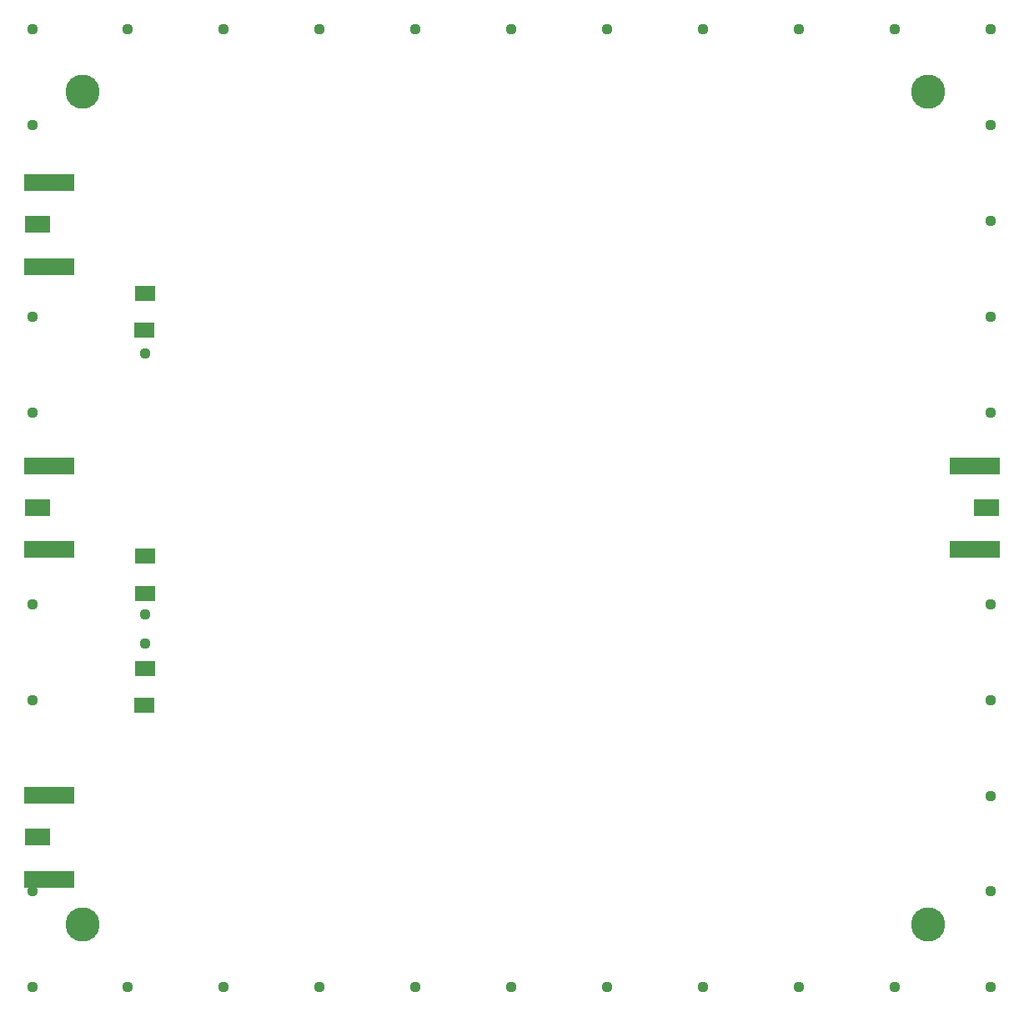
<source format=gbr>
G04 EAGLE Gerber X2 export*
G75*
%MOMM*%
%FSLAX34Y34*%
%LPD*%
%AMOC8*
5,1,8,0,0,1.08239X$1,22.5*%
G01*
%ADD10C,3.467100*%
%ADD11R,2.565400X1.701800*%
%ADD12R,5.105400X1.803400*%
%ADD13R,2.006600X1.498600*%
%ADD14C,1.117600*%


D10*
X63500Y922020D03*
X922020Y922020D03*
X922020Y76200D03*
X63500Y76200D03*
D11*
X18542Y787400D03*
D12*
X30391Y744855D03*
X30391Y829945D03*
D11*
X18542Y500000D03*
D12*
X30391Y457455D03*
X30391Y542545D03*
D11*
X18542Y165100D03*
D12*
X30391Y122555D03*
X30391Y207645D03*
D11*
X981458Y500000D03*
D12*
X969609Y542545D03*
X969609Y457455D03*
D13*
X126746Y679958D03*
X127000Y717296D03*
X126746Y298958D03*
X127000Y336296D03*
X127254Y450342D03*
X127000Y413004D03*
D14*
X12700Y985520D03*
X12700Y888238D03*
X12700Y693674D03*
X12700Y596392D03*
X12700Y401828D03*
X12700Y304546D03*
X12700Y109982D03*
X12700Y12700D03*
X109982Y12700D03*
X207264Y12700D03*
X304546Y12700D03*
X401828Y12700D03*
X499110Y12700D03*
X596392Y12700D03*
X693674Y12700D03*
X790956Y12700D03*
X888238Y12700D03*
X985520Y12700D03*
X985520Y109982D03*
X985520Y207264D03*
X985520Y304546D03*
X985520Y401828D03*
X985520Y596392D03*
X985520Y693674D03*
X985520Y790956D03*
X985520Y888238D03*
X985520Y985520D03*
X888238Y985520D03*
X790956Y985520D03*
X693674Y985520D03*
X596392Y985520D03*
X499110Y985520D03*
X401828Y985520D03*
X304546Y985520D03*
X207264Y985520D03*
X109982Y985520D03*
X127700Y656828D03*
X127700Y391828D03*
X127700Y361828D03*
M02*

</source>
